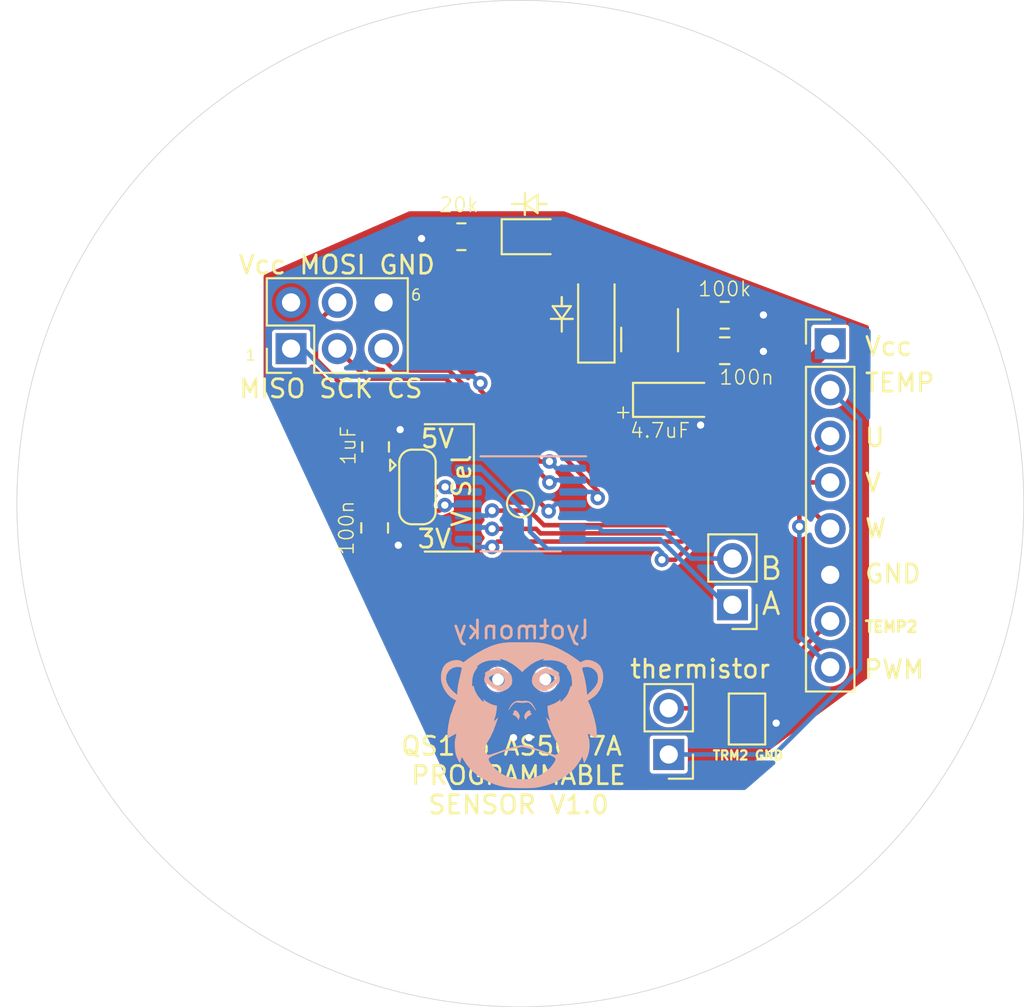
<source format=kicad_pcb>
(kicad_pcb (version 20211014) (generator pcbnew)
  (layers (0 "F.Cu" signal) (31 "B.Cu" signal) (34 "B.Paste" user) (35 "F.Paste" user) (36 "B.SilkS" user "B.Silkscreen") (37 "F.SilkS" user "F.Silkscreen") (38 "B.Mask" user) (39 "F.Mask" user) (44 "Edge.Cuts" user))
  (net 0 "")
  (net 1 "GND")
  (net 2 "Vin")
  (net 3 "Net-(C3-Pad1)")
  (net 4 "Net-(D1-Pad2)")
  (net 5 "Net-(D2-Pad1)")
  (net 6 "MISO")
  (net 7 "SCK")
  (net 8 "MOSI")
  (net 9 "VCC")
  (net 10 "A")
  (net 11 "B")
  (net 12 "TRM1")
  (net 13 "TRM2")
  (net 14 "Net-(U1-Pad12)")
  (net 15 "U")
  (net 16 "V")
  (net 17 "W")
  (net 18 "PWM")
  (net 19 "CS")
  (footprint "Connector_PinHeader_2.54mm:PinHeader_1x02_P2.54mm_Vertical" (layer "F.Cu") (at 153 118.35 180)
    (fp_text reference "J3" hide)
    (fp_text value "Conn_01x02_Male")
    (pad "1" thru_hole rect (at 0 0 180) (size 1.7 1.7) (drill 1) (layers *.Cu *.Mask) (net 12 "TRM1"))
    (pad "2" thru_hole oval (at 0 2.54 180) (size 1.7 1.7) (drill 1) (layers *.Cu *.Mask) (net 13 "TRM2"))
  )
  (footprint "Capacitor_SMD:C_0805_2012Metric" (layer "F.Cu") (at 156.0752 96.1656)
    (fp_text reference "C1" hide)
    (fp_text value "100n")
    (pad "1" smd roundrect (at -0.95 0) (size 1 1.45) (layers "F.Cu" "F.Paste" "F.Mask") (net 2 "Vin"))
    (pad "2" smd roundrect (at 0.95 0) (size 1 1.45) (layers "F.Cu" "F.Paste" "F.Mask") (net 1 "GND"))
  )
  (footprint "Jumper:SolderJumper-2_P1.3mm_Open_Pad1.0x1.5mm" (layer "F.Cu") (at 157.3 116.4 90)
    (fp_text reference "JP2" hide)
    (fp_text value "SolderJumper_2_Open")
    (pad "1" smd rect (at -0.65 0 90) (size 1 1.5) (layers "F.Cu" "F.Mask") (net 1 "GND"))
    (pad "2" smd rect (at 0.65 0 90) (size 1 1.5) (layers "F.Cu" "F.Mask") (net 13 "TRM2"))
  )
  (footprint "Connector_PinHeader_2.54mm:PinHeader_1x02_P2.54mm_Vertical" (layer "F.Cu") (at 156.5 110.125 180)
    (fp_text reference "J1" hide)
    (fp_text value "Conn_01x02")
    (pad "1" thru_hole rect (at 0 0 180) (size 1.7 1.7) (drill 1) (layers *.Cu *.Mask) (net 10 "A"))
    (pad "2" thru_hole oval (at 0 2.54 180) (size 1.7 1.7) (drill 1) (layers *.Cu *.Mask) (net 11 "B"))
  )
  (footprint "Connector_PinHeader_1.27mm:my_1x01_P1.27mm_Vertical" (layer "F.Cu") (at 146.225 114.225)
    (fp_text reference "REF**" hide)
    (fp_text value "my_1x01_P1.27mm_Vertical")
    (pad "1" thru_hole oval (at 0 0) (size 1 1) (drill 0.65) (layers *.Cu *.Mask))
  )
  (footprint "Connector_PinHeader_2.54mm:PinHeader_1x08_P2.54mm_Vertical" (layer "F.Cu") (at 161.86786 95.77857)
    (fp_text reference "J5" hide)
    (fp_text value "Conn_01x08")
    (pad "1" thru_hole rect (at 0 0) (size 1.7 1.7) (drill 1) (layers *.Cu *.Mask) (net 2 "Vin"))
    (pad "2" thru_hole oval (at 0 2.54) (size 1.7 1.7) (drill 1) (layers *.Cu *.Mask) (net 12 "TRM1"))
    (pad "3" thru_hole oval (at 0 5.08) (size 1.7 1.7) (drill 1) (layers *.Cu *.Mask) (net 15 "U"))
    (pad "4" thru_hole oval (at 0 7.62) (size 1.7 1.7) (drill 1) (layers *.Cu *.Mask) (net 16 "V"))
    (pad "5" thru_hole oval (at 0 10.16) (size 1.7 1.7) (drill 1) (layers *.Cu *.Mask) (net 17 "W"))
    (pad "6" thru_hole oval (at 0 12.7) (size 1.7 1.7) (drill 1) (layers *.Cu *.Mask) (net 1 "GND"))
    (pad "7" thru_hole oval (at 0 15.24) (size 1.7 1.7) (drill 1) (layers *.Cu *.Mask) (net 13 "TRM2"))
    (pad "8" thru_hole oval (at 0 17.78) (size 1.7 1.7) (drill 1) (layers *.Cu *.Mask) (net 18 "PWM"))
  )
  (footprint "Capacitor_SMD:C_0805_2012Metric" (layer "F.Cu") (at 136.9 101.45 90)
    (fp_text reference "C3" hide)
    (fp_text value "1uF")
    (pad "1" smd roundrect (at -0.95 0 90) (size 1 1.45) (layers "F.Cu" "F.Paste" "F.Mask") (net 3 "Net-(C3-Pad1)"))
    (pad "2" smd roundrect (at 0.95 0 90) (size 1 1.45) (layers "F.Cu" "F.Paste" "F.Mask") (net 1 "GND"))
  )
  (footprint "MountingHole:MountingHole_4.3mm_M4" (layer "F.Cu") (at 156.84 125.275)
    (fp_text reference "REF**" hide)
    (fp_text value "MountingHole_4.3mm_M4")
    (pad "" np_thru_hole circle locked (at 0 0) (size 4.3 4.3) (drill 4.3) (layers *.Cu *.Mask))
  )
  (footprint "MountingHole:MountingHole_4.3mm_M4" (layer "F.Cu") (at 156.85 83.75)
    (fp_text reference "REF**" hide)
    (fp_text value "MountingHole_4.3mm_M4")
    (pad "" np_thru_hole circle locked (at 0 0) (size 4.3 4.3) (drill 4.3) (layers *.Cu *.Mask))
  )
  (footprint "LED_SMD:LED_0805_2012Metric" (layer "F.Cu") (at 145.5125 89.9)
    (fp_text reference "D2" hide)
    (fp_text value "RED_LED")
    (pad "1" smd roundrect (at -0.9375 0) (size 0.975 1.4) (layers "F.Cu" "F.Paste" "F.Mask") (net 5 "Net-(D2-Pad1)"))
    (pad "2" smd roundrect (at 0.9375 0) (size 0.975 1.4) (layers "F.Cu" "F.Paste" "F.Mask") (net 9 "VCC"))
  )
  (footprint "MountingHole:MountingHole_4.3mm_M4" (layer "F.Cu") (at 120.85 104.56)
    (fp_text reference "REF**" hide)
    (fp_text value "MountingHole_4.3mm_M4")
    (pad "" np_thru_hole circle locked (at 0 0) (size 4.3 4.3) (drill 4.3) (layers *.Cu *.Mask))
  )
  (footprint "Resistor_SMD:R_0805_2012Metric" (layer "F.Cu") (at 156.0752 94.2156)
    (fp_text reference "R1" hide)
    (fp_text value "100k")
    (pad "1" smd roundrect (at -0.9125 0) (size 1.025 1.4) (layers "F.Cu" "F.Paste" "F.Mask") (roundrect_rratio 0.243902) (net 4 "Net-(D1-Pad2)"))
    (pad "2" smd roundrect (at 0.9125 0) (size 1.025 1.4) (layers "F.Cu" "F.Paste" "F.Mask") (roundrect_rratio 0.243902) (net 1 "GND"))
  )
  (footprint "Connector_PinHeader_1.27mm:my_1x01_P1.27mm_Vertical" (layer "F.Cu") (at 143.625 114.225)
    (fp_text reference "REF**" hide)
    (fp_text value "my_1x01_P1.27mm_Vertical")
    (pad "1" thru_hole oval (at 0 0) (size 1 1) (drill 0.65) (layers *.Cu *.Mask))
  )
  (footprint "Jumper:SolderJumper-3_P1.3mm_Open_RoundedPad1.0x1.5mm" (layer "F.Cu") (at 139.2 103.65 -90)
    (fp_text reference "JP1" hide)
    (fp_text value "SolderJumper_3_Open")
    (pad "1" smd custom (at -1.3 0 270) (size 1 0.5) (layers "F.Cu" "F.Mask") (net 3 "Net-(C3-Pad1)") (options (clearance outline) (anchor rect)) (primitives (gr_circle (center 0 0.25) (end 0.5 0.25) (width 0) (fill yes)) (gr_circle (center 0 -0.25) (end 0.5 -0.25) (width 0) (fill yes)) (gr_poly (pts (xy 0.55 0.75) (xy 0 0.75) (xy 0 -0.75) (xy 0.55 -0.75)) (width 0) (fill yes))))
    (pad "2" smd rect (at 0 0 270) (size 1 1.5) (layers "F.Cu" "F.Mask") (net 14 "Net-(U1-Pad12)"))
    (pad "3" smd custom (at 1.3 0 270) (size 1 0.5) (layers "F.Cu" "F.Mask") (net 9 "VCC") (options (clearance outline) (anchor rect)) (primitives (gr_circle (center 0 0.25) (end 0.5 0.25) (width 0) (fill yes)) (gr_circle (center 0 -0.25) (end 0.5 -0.25) (width 0) (fill yes)) (gr_poly (pts (xy 0 0.75) (xy -0.55 0.75) (xy -0.55 -0.75) (xy 0 -0.75)) (width 0) (fill yes))))
  )
  (footprint "Connector_PinSocket_2.54mm:isp_6pin" (layer "F.Cu") (at 132.26 93.45 90)
    (fp_text reference "PRG1" hide)
    (fp_text value "Conn_02x03_Top_Bottom")
    (pad "1" thru_hole rect (at -2.6 0 90) (size 1.7 1.7) (drill 1) (layers *.Cu *.Mask) (net 6 "MISO"))
    (pad "2" thru_hole oval (at -0.06 0 90) (size 1.7 1.7) (drill 1) (layers *.Cu *.Mask) (net 9 "VCC"))
    (pad "3" thru_hole oval (at -2.6 2.54 90) (size 1.7 1.7) (drill 1) (layers *.Cu *.Mask) (net 7 "SCK"))
    (pad "4" thru_hole oval (at -0.06 2.54 90) (size 1.7 1.7) (drill 1) (layers *.Cu *.Mask) (net 8 "MOSI"))
    (pad "5" thru_hole oval (at -2.6 5.08 90) (size 1.7 1.7) (drill 1) (layers *.Cu *.Mask) (net 19 "CS"))
    (pad "6" thru_hole oval (at -0.06 5.08 90) (size 1.7 1.7) (drill 1) (layers *.Cu *.Mask) (net 1 "GND"))
  )
  (footprint "Capacitor_Tantalum_SMD:CP_EIA-3216-18_Kemet-A" (layer "F.Cu") (at 153.35 98.865)
    (fp_text reference "C2" hide)
    (fp_text value "4.7")
    (pad "1" smd roundrect (at -1.35 0) (size 1.4 1.35) (layers "F.Cu" "F.Paste" "F.Mask") (roundrect_rratio 0.1851851852) (net 2 "Vin"))
    (pad "2" smd roundrect (at 1.35 0) (size 1.4 1.35) (layers "F.Cu" "F.Paste" "F.Mask") (roundrect_rratio 0.1851851852) (net 1 "GND"))
  )
  (footprint "Resistor_SMD:R_0805_2012Metric" (layer "F.Cu") (at 141.6125 89.9)
    (fp_text reference "R3" hide)
    (fp_text value "20k")
    (pad "1" smd roundrect (at -0.9125 0) (size 1.025 1.4) (layers "F.Cu" "F.Paste" "F.Mask") (roundrect_rratio 0.243902) (net 1 "GND"))
    (pad "2" smd roundrect (at 0.9125 0) (size 1.025 1.4) (layers "F.Cu" "F.Paste" "F.Mask") (roundrect_rratio 0.243902) (net 5 "Net-(D2-Pad1)"))
  )
  (footprint "Package_TO_SOT_SMD:SOT-23" (layer "F.Cu") (at 151.95 95.55 -90)
    (fp_text reference "Q1" hide)
    (fp_text value "Si2319CDS")
    (pad "1" smd roundrect (at -0.9375 -0.95 270) (size 1.475 0.6) (layers "F.Cu" "F.Paste" "F.Mask") (net 4 "Net-(D1-Pad2)"))
    (pad "2" smd roundrect (at -0.9375 0.95 270) (size 1.475 0.6) (layers "F.Cu" "F.Paste" "F.Mask") (net 9 "VCC"))
    (pad "3" smd roundrect (at 0.9375 0 270) (size 1.475 0.6) (layers "F.Cu" "F.Paste" "F.Mask") (net 2 "Vin"))
  )
  (footprint "Diode_SMD:D_MiniMELF" (layer "F.Cu") (at 149.0252 94.2656 90)
    (fp_text reference "D1" hide)
    (fp_text value "BZV55C6V2")
    (pad "1" smd rect (at -1.75 0 90) (size 1.3 1.7) (layers "F.Cu" "F.Paste" "F.Mask") (net 9 "VCC"))
    (pad "2" smd rect (at 1.75 0 90) (size 1.3 1.7) (layers "F.Cu" "F.Paste" "F.Mask") (net 4 "Net-(D1-Pad2)"))
  )
  (footprint "Capacitor_SMD:C_0805_2012Metric" (layer "F.Cu") (at 136.85 105.9 -90)
    (fp_text reference "C4" hide)
    (fp_text value "100n")
    (pad "1" smd roundrect (at -0.95 0 270) (size 1 1.45) (layers "F.Cu" "F.Paste" "F.Mask") (net 9 "VCC"))
    (pad "2" smd roundrect (at 0.95 0 270) (size 1 1.45) (layers "F.Cu" "F.Paste" "F.Mask") (net 1 "GND"))
  )
  (footprint "Package_SO:TSSOP-14_4.4x5mm_P0.65mm" (layer "B.Cu") (at 144.8625 104.575 180)
    (fp_text reference "U1" hide)
    (fp_text value "AS5047D")
    (pad "1" smd roundrect locked (at -2.8625 1.95 180) (size 1.475 0.4) (layers "B.Cu" "B.Paste" "B.Mask") (net 19 "CS"))
    (pad "2" smd roundrect locked (at -2.8625 1.3 180) (size 1.475 0.4) (layers "B.Cu" "B.Paste" "B.Mask") (net 7 "SCK"))
    (pad "3" smd roundrect locked (at -2.8625 0.65 180) (size 1.475 0.4) (layers "B.Cu" "B.Paste" "B.Mask") (net 6 "MISO"))
    (pad "4" smd roundrect locked (at -2.8625 0 180) (size 1.475 0.4) (layers "B.Cu" "B.Paste" "B.Mask") (net 8 "MOSI"))
    (pad "5" smd roundrect locked (at -2.8625 -0.65 180) (size 1.475 0.4) (layers "B.Cu" "B.Paste" "B.Mask") (net 1 "GND"))
    (pad "6" smd roundrect locked (at -2.8625 -1.3 180) (size 1.475 0.4) (layers "B.Cu" "B.Paste" "B.Mask") (net 11 "B"))
    (pad "7" smd roundrect locked (at -2.8625 -1.95 180) (size 1.475 0.4) (layers "B.Cu" "B.Paste" "B.Mask") (net 10 "A"))
    (pad "8" smd roundrect locked (at 2.8625 -1.95 180) (size 1.475 0.4) (layers "B.Cu" "B.Paste" "B.Mask") (net 17 "W"))
    (pad "9" smd roundrect locked (at 2.8625 -1.3 180) (size 1.475 0.4) (layers "B.Cu" "B.Paste" "B.Mask") (net 16 "V"))
    (pad "10" smd roundrect locked (at 2.8625 -0.65 180) (size 1.475 0.4) (layers "B.Cu" "B.Paste" "B.Mask") (net 15 "U"))
    (pad "11" smd roundrect locked (at 2.8625 0 180) (size 1.475 0.4) (layers "B.Cu" "B.Paste" "B.Mask") (net 9 "VCC"))
    (pad "12" smd roundrect locked (at 2.8625 0.65 180) (size 1.475 0.4) (layers "B.Cu" "B.Paste" "B.Mask") (net 14 "Net-(U1-Pad12)"))
    (pad "13" smd roundrect locked (at 2.8625 1.3 180) (size 1.475 0.4) (layers "B.Cu" "B.Paste" "B.Mask") (net 1 "GND"))
    (pad "14" smd roundrect locked (at 2.8625 1.95 180) (size 1.475 0.4) (layers "B.Cu" "B.Paste" "B.Mask") (net 18 "PWM"))
  )
  (footprint "431181015816:monkey" (layer "B.Cu") (at 145.03 116.25 180)
    (fp_text reference "G***")
    (fp_text value "LOGO" hide)
  )
  (gr_line (start 164.21786 96.38095) (end 164.55119 95.38095) (layer "F.SilkS") (width 0.15))
  (gr_line (start 165.88453 95.71428) (end 166.075 95.71428) (layer "F.SilkS") (width 0.15))
  (gr_line (start 165.69405 95.90476) (end 165.74167 95.80952) (layer "F.SilkS") (width 0.15))
  (gr_line (start 146.6252 93.7156) (end 147.6252 93.7156) (layer "F.SilkS") (width 0.12))
  (gr_line (start 165.33215 111) (end 165.33215 111.6) (layer "F.SilkS") (width 0.15))
  (gr_line (start 164.93215 111) (end 165.13215 111.42857) (layer "F.SilkS") (width 0.15))
  (gr_line (start 165.21786 96.38095) (end 165.02738 96.38095) (layer "F.SilkS") (width 0.15))
  (gr_line (start 166.18929 111.05714) (end 166.21786 111.02857) (layer "F.SilkS") (width 0.15))
  (gr_line (start 164.55119 108.83333) (end 164.59881 108.78571) (layer "F.SilkS") (width 0.15))
  (gr_line (start 164.17024 107.92857) (end 164.075 108.02381) (layer "F.SilkS") (width 0.15))
  (gr_line (start 165.26548 98.38095) (end 164.78929 98.38095) (layer "F.SilkS") (width 0.15))
  (gr_line (start 166.075 108.88095) (end 166.075 107.88095) (layer "F.SilkS") (width 0.15))
  (gr_line (start 166.55119 108.73809) (end 166.45596 108.83333) (layer "F.SilkS") (width 0.15))
  (gr_line (start 167.21786 97.90476) (end 166.83691 97.90476) (layer "F.SilkS") (width 0.15))
  (gr_line (start 166.075 95.71428) (end 166.17024 95.7619) (layer "F.SilkS") (width 0.15))
  (gr_line (start 164.45596 107.88095) (end 164.3131 107.88095) (layer "F.SilkS") (width 0.15))
  (gr_line (start 164.93215 95.7619) (end 165.02738 95.71428) (layer "F.SilkS") (width 0.15))
  (gr_line (start 165.78929 95.7619) (end 165.88453 95.71428) (layer "F.SilkS") (width 0.15))
  (gr_line (start 164.38929 111.6) (end 164.38929 111) (layer "F.SilkS") (width 0.15))
  (gr_line (start 164.075 108.02381) (end 164.02738 108.11905) (layer "F.SilkS") (width 0.15))
  (gr_line (start 165.59881 108.88095) (end 165.59881 107.88095) (layer "F.SilkS") (width 0.15))
  (gr_line (start 166.83691 98.38095) (end 166.83691 97.38095) (layer "F.SilkS") (width 0.15))
  (gr_line (start 147.1252 93.2156) (end 147.1252 93.7156) (layer "F.SilkS") (width 0.12))
  (gr_line (start 165.93215 111.25714) (end 165.90357 111.28571) (layer "F.SilkS") (width 0.15))
  (gr_line (start 164.59881 101.19047) (end 164.59881 100.38095) (layer "F.SilkS") (width 0.15))
  (gr_line (start 165.74167 95.80952) (end 165.78929 95.7619) (layer "F.SilkS") (width 0.15))
  (gr_circle (center 144.8625 104.575) (end 145.607685 104.575) (layer "F.SilkS") (width 0.12) (fill none))
  (gr_line (start 165.96072 111.11428) (end 165.96072 111.2) (layer "F.SilkS") (width 0.15))
  (gr_line (start 164.83691 95.90476) (end 164.88453 95.80952) (layer "F.SilkS") (width 0.15))
  (gr_line (start 164.83691 96.19047) (end 164.83691 95.90476) (layer "F.SilkS") (width 0.15))
  (gr_line (start 164.88453 96.28571) (end 164.83691 96.19047) (layer "F.SilkS") (width 0.15))
  (gr_line (start 166.45596 108.83333) (end 166.3131 108.88095) (layer "F.SilkS") (width 0.15))
  (gr_line (start 165.69405 97.38095) (end 166.02738 98.09524) (layer "F.SilkS") (width 0.15))
  (gr_line (start 145.1 88.1) (end 145.8 88.6) (layer "F.SilkS") (width 0.12))
  (gr_line (start 165.69405 96.19047) (end 165.69405 95.90476) (layer "F.SilkS") (width 0.15))
  (gr_line (start 165.02738 96.38095) (end 164.93215 96.33333) (layer "F.SilkS") (width 0.15))
  (gr_line (start 164.02738 108.64286) (end 164.075 108.73809) (layer "F.SilkS") (width 0.15))
  (gr_line (start 165.88453 96.38095) (end 165.78929 96.33333) (layer "F.SilkS") (width 0.15))
  (gr_line (start 165.61786 111.6) (end 165.61786 111) (layer "F.SilkS") (width 0.15))
  (gr_line (start 164.78929 97.85714) (end 165.12262 97.85714) (layer "F.SilkS") (width 0.15))
  (gr_line (start 163.84643 111) (end 164.18929 111) (layer "F.SilkS") (width 0.15))
  (gr_line (start 166.64643 108.30952) (end 166.64643 108.45238) (layer "F.SilkS") (width 0.15))
  (gr_line (start 164.675 111.6) (end 164.38929 111.6) (layer "F.SilkS") (width 0.15))
  (gr_line (start 166.83691 97.38095) (end 167.21786 97.38095) (layer "F.SilkS") (width 0.15))
  (gr_line (start 164.55119 106.38095) (end 164.78929 105.38095) (layer "F.SilkS") (width 0.15))
  (gr_line (start 166.075 107.88095) (end 166.3131 107.88095) (layer "F.SilkS") (width 0.15))
  (gr_line (start 167.3131 97.42857) (end 167.36072 97.47619) (layer "F.SilkS") (width 0.15))
  (gr_line (start 166.075 96.38095) (end 165.88453 96.38095) (layer "F.SilkS") (width 0.15))
  (gr_line (start 145.1 88.7) (end 145.1 88.1) (layer "F.SilkS") (width 0.12))
  (gr_line (start 164.38929 111.28571) (end 164.58929 111.28571) (layer "F.SilkS") (width 0.15))
  (gr_line (start 165.02738 95.71428) (end 165.21786 95.71428) (layer "F.SilkS") (width 0.15))
  (gr_line (start 166.50357 111.25714) (end 166.16072 111.6) (layer "F.SilkS") (width 0.15))
  (gr_line (start 145.8 87.6) (end 145.1 88.1) (layer "F.SilkS") (width 0.12))
  (gr_line (start 167.40834 97.71428) (end 167.36072 97.80952) (layer "F.SilkS") (width 0.15))
  (gr_line (start 166.3131 108.88095) (end 166.075 108.88095) (layer "F.SilkS") (width 0.15))
  (gr_line (start 164.55119 107.92857) (end 164.45596 107.88095) (layer "F.SilkS") (width 0.15))
  (gr_line (start 166.41786 111) (end 166.475 111.02857) (layer "F.SilkS") (width 0.15))
  (gr_line (start 167.36072 97.80952) (end 167.3131 97.85714) (layer "F.SilkS") (width 0.15))
  (gr_line (start 166.45596 107.92857) (end 166.55119 108.02381) (layer "F.SilkS") (width 0.15))
  (gr_line (start 166.50357 111.05714) (end 166.53215 111.11428) (layer "F.SilkS") (width 0.15))
  (gr_line (start 165.93215 111.05714) (end 165.96072 111.11428) (layer "F.SilkS") (width 0.15))
  (gr_line (start 165.90357 111.28571) (end 165.84643 111.31428) (layer "F.SilkS") (width 0.15))
  (gr_line (start 166.64643 108.45238) (end 166.59881 108.64286) (layer "F.SilkS") (width 0.15))
  (gr_line (start 164.93215 111.6) (end 164.93215 111) (layer "F.SilkS") (width 0.15))
  (gr_line (start 164.01786 111.6) (end 164.01786 111) (layer "F.SilkS") (width 0.15))
  (gr_line (start 145.8 88.1) (end 146.3 88.1) (layer "F.SilkS") (width 0.12))
  (gr_line (start 145.1 87.5) (end 145.1 88.7) (layer "F.SilkS") (width 0.12))
  (gr_line (start 164.3131 108.88095) (end 164.40834 108.88095) (layer "F.SilkS") (width 0.15))
  (gr_line (start 164.50357 101.33333) (end 164.55119 101.28571) (layer "F.SilkS") (width 0.15))
  (gr_line (start 165.21786 95.71428) (end 165.3131 95.7619) (layer "F.SilkS") (width 0.15))
  (gr_line (start 163.88453 95.38095) (end 164.21786 96.38095) (layer "F.SilkS") (width 0.15))
  (gr_line (start 164.17024 108.83333) (end 164.3131 108.88095) (layer "F.SilkS") (width 0.15))
  (gr_line (start 165.78929 96.33333) (end 165.74167 96.28571) (layer "F.SilkS") (width 0.15))
  (gr_line (start 164.59881 108.45238) (end 164.40834 108.45238) (layer "F.SilkS") (width 0.15))
  (gr_line (start 166.59881 108.64286) (end 166.55119 108.73809) (layer "F.SilkS") (width 0.15))
  (gr_line (start 164.075 101.28571) (end 164.12262 101.33333) (layer "F.SilkS") (width 0.15))
  (gr_line (start 165.84643 111.31428) (end 165.61786 111.31428) (layer "F.SilkS") (width 0.15))
  (gr_line (start 139.6 100.2) (end 142.3 100.2) (layer "F.SilkS") (width 0.12))
  (gr_line (start 144.4 88.1) (end 145.1 88.1) (layer "F.SilkS") (width 0.12))
  (gr_line (start 164.78929 98.38095) (end 164.78929 97.38095) (layer "F.SilkS") (width 0.15))
  (gr_line (start 147.1252 94.4156) (end 147.6252 93.7156) (layer "F.SilkS") (width 0.12))
  (gr_line (start 166.36072 97.38095) (end 166.36072 98.38095) (layer "F.SilkS") (width 0.15))
  (gr_line (start 165.02738 108.88095) (end 165.02738 107.88095) (layer "F.SilkS") (width 0.15))
  (gr_line (start 166.3131 107.88095) (end 166.45596 107.92857) (layer "F.SilkS") (width 0.15))
  (gr_line (start 165.02738 107.88095) (end 165.59881 108.88095) (layer "F.SilkS") (width 0.15))
  (gr_line (start 146.3 88.1) (end 145.8 88.1) (layer "F.SilkS") (width 0.12))
  (gr_line (start 166.275 111) (end 166.41786 111) (layer "F.SilkS") (width 0.15))
  (gr_line (start 164.3131 107.88095) (end 164.17024 107.92857) (layer "F.SilkS") (width 0.15))
  (gr_line (start 147.1252 93.7156) (end 147.1252 93.2156) (layer "F.SilkS") (width 0.12))
  (gr_line (start 147.1252 95.1156) (end 147.1252 94.4156) (layer "F.SilkS") (width 0.12))
  (gr_line (start 165.96072 111.2) (end 165.93215 111.25714) (layer "F.SilkS") (width 0.15))
  (gr_line (start 166.17024 96.33333) (end 166.075 96.38095) (layer "F.SilkS") (width 0.15))
  (gr_line (start 164.78929 97.38095) (end 165.26548 97.38095) (layer "F.SilkS") (width 0.15))
  (gr_line (start 164.02738 101.19047) (end 164.075 101.28571) (layer "F.SilkS") (width 0.15))
  (gr_line (start 146.6252 93.7156) (end 147.1252 94.4156) (layer "F.SilkS") (width 0.12))
  (gr_line (start 166.475 111.02857) (end 166.50357 111.05714) (layer "F.SilkS") (width 0.15))
  (gr_line (start 165.61786 111) (end 165.84643 111) (layer "F.SilkS") (width 0.15))
  (gr_line (start 167.36072 97.47619) (end 167.40834 97.57143) (layer "F.SilkS") (width 0.15))
  (gr_line (start 163.97976 108.45238) (end 164.02738 108.64286) (layer "F.SilkS") (width 0.15))
  (gr_line (start 164.02738 108.11905) (end 163.97976 108.30952) (layer "F.SilkS") (width 0.15))
  (gr_line (start 145.8 87.6) (end 145.8 88.6) (layer "F.SilkS") (width 0.12))
  (gr_line (start 164.38929 111) (end 164.675 111) (layer "F.SilkS") (width 0.15))
  (gr_line (start 142.3 100.2) (end 142.3 107.2) (layer "F.SilkS") (width 0.12))
  (gr_line (start 165.84643 111) (end 165.90357 111.02857) (layer "F.SilkS") (width 0.15))
  (gr_line (start 166.21786 111.02857) (end 166.275 111) (layer "F.SilkS") (width 0.15))
  (gr_line (start 163.88453 102.88095) (end 164.21786 103.88095) (layer "F.SilkS") (width 0.15))
  (gr_line (start 142.3 107.2) (end 139.6 107.2) (layer "F.SilkS") (width 0.12))
  (gr_line (start 164.40834 108.88095) (end 164.55119 108.83333) (layer "F.SilkS") (width 0.15))
  (gr_line (start 146.5252 94.4156) (end 147.7252 94.4156) (layer "F.SilkS") (width 0.12))
  (gr_line (start 166.55119 108.02381) (end 166.59881 108.11905) (layer "F.SilkS") (width 0.15))
  (gr_line (start 167.3131 97.85714) (end 167.21786 97.90476) (layer "F.SilkS") (width 0.15))
  (gr_line (start 164.40834 101.38095) (end 164.50357 101.33333) (layer "F.SilkS") (width 0.15))
  (gr_line (start 165.69405 98.38095) (end 165.69405 97.38095) (layer "F.SilkS") (width 0.15))
  (gr_line (start 163.93215 105.38095) (end 164.17024 106.38095) (layer "F.SilkS") (width 0.15))
  (gr_line (start 166.53215 111.17143) (end 166.50357 111.25714) (layer "F.SilkS") (width 0.15))
  (gr_line (start 164.55119 101.28571) (end 164.59881 101.19047) (layer "F.SilkS") (width 0.15))
  (gr_line (start 164.36072 105.66667) (end 164.55119 106.38095) (layer "F.SilkS") (width 0.15))
  (gr_line (start 167.21786 97.38095) (end 167.3131 97.42857) (layer "F.SilkS") (width 0.15))
  (gr_line (start 165.13215 111.42857) (end 165.33215 111) (layer "F.SilkS") (width 0.15))
  (gr_line (start 166.02738 98.09524) (end 166.36072 97.38095) (layer "F.SilkS") (width 0.15))
  (gr_line (start 166.59881 108.11905) (end 166.64643 108.30952) (layer "F.SilkS") (width 0.15))
  (gr_line (start 164.88453 95.80952) (end 164.93215 95.7619) (layer "F.SilkS") (width 0.15))
  (gr_line (start 166.16072 111.6) (end 166.53215 111.6) (layer "F.SilkS") (width 0.15))
  (gr_line (start 164.075 108.73809) (end 164.17024 108.83333) (layer "F.SilkS") (width 0.15))
  (gr_line (start 164.12262 101.33333) (end 164.21786 101.38095) (layer "F.SilkS") (width 0.15))
  (gr_line (start 163.97976 108.30952) (end 163.97976 108.45238) (layer "F.SilkS") (width 0.15))
  (gr_line (start 163.88453 97.38095) (end 164.45596 97.38095) (layer "F.SilkS") (width 0.15))
  (gr_line (start 165.90357 111.02857) (end 165.93215 111.05714) (layer "F.SilkS") (width 0.15))
  (gr_line (start 165.3131 96.33333) (end 165.21786 96.38095) (layer "F.SilkS") (width 0.15))
  (gr_line (start 164.02738 100.38095) (end 164.02738 101.19047) (layer "F.SilkS") (width 0.15))
  (gr_line (start 167.40834 97.57143) (end 167.40834 97.71428) (layer "F.SilkS") (width 0.15))
  (gr_line (start 164.21786 101.38095) (end 164.40834 101.38095) (layer "F.SilkS") (width 0.15))
  (gr_line (start 165.74167 96.28571) (end 165.69405 96.19047) (layer "F.SilkS") (width 0.15))
  (gr_line (start 164.93215 96.33333) (end 164.88453 96.28571) (layer "F.SilkS") (width 0.15))
  (gr_line (start 166.53215 111.11428) (end 166.53215 111.17143) (layer "F.SilkS") (width 0.15))
  (gr_line (start 164.59881 108.78571) (end 164.59881 108.45238) (layer "F.SilkS") (width 0.15))
  (gr_line (start 164.21786 103.88095) (end 164.55119 102.88095) (layer "F.SilkS") (width 0.15))
  (gr_line (start 147.7252 94.4156) (end 147.1252 94.4156) (layer "F.SilkS") (width 0.12))
  (gr_line (start 164.17024 98.38095) (end 164.17024 97.38095) (layer "F.SilkS") (width 0.15))
  (gr_line (start 164.17024 106.38095) (end 164.36072 105.66667) (layer "F.SilkS") (width 0.15))
  (gr_circle (center 144.85 104.56172) (end 172.49792 104.56172) (layer "Edge.Cuts") (width 0.04) (fill none))
  (gr_text "lyotmonky" (at 144.9 111.5) (layer "B.SilkS") (effects (font (size 1 1)) (justify mirror)))
  (gr_text "TRM2 GND" (at 157.35 118.4) (layer "F.SilkS") (effects (font (size 0.5 0.5) (thickness 0.125))))
  (gr_text "1uF\n" (at 135.4 101.375 90) (layer "F.SilkS") (effects (font (size 0.8 0.8) (thickness 0.08))))
  (gr_text "PWM" (at 165.36786 113.67857) (layer "F.SilkS") (effects (font (size 1 1))))
  (gr_text "3V" (at 140.125 106.5) (layer "F.SilkS") (effects (font (size 1 1))))
  (gr_text "100n" (at 135.3 105.9 90) (layer "F.SilkS") (effects (font (size 0.8 0.8) (thickness 0.08))))
  (gr_text "Vcc MOSI GND" (at 134.775 91.45) (layer "F.SilkS") (effects (font (size 1 1))))
  (gr_text "V Sel" (at 141.625 103.85 90) (layer "F.SilkS") (effects (font (size 1 1))))
  (gr_text "100k" (at 156.075 92.775) (layer "F.SilkS") (effects (font (size 0.8 0.8) (thickness 0.08))))
  (gr_text "6" (at 139.125 93.1) (layer "F.SilkS") (effects (font (size 0.6 0.6) (thickness 0.08))))
  (gr_text "1" (at 130.05 96.4) (layer "F.SilkS") (effects (font (size 0.6 0.6) (thickness 0.08))))
  (gr_text "100n\n" (at 157.275 97.625) (layer "F.SilkS") (effects (font (size 0.8 0.8) (thickness 0.08))))
  (gr_text "4.7uF" (at 152.525 100.55) (layer "F.SilkS") (effects (font (size 0.8 0.8) (thickness 0.08))))
  (gr_text "B\nA\n" (at 158.625 109.1) (layer "F.SilkS") (effects (font (size 1.2 1.2))))
  (gr_text "+" (at 150.5 99.5) (layer "F.SilkS") (effects (font (size 0.8 0.8) (thickness 0.08))))
  (gr_text "5V" (at 140.3 101) (layer "F.SilkS") (effects (font (size 1 1))))
  (gr_text "QS165 AS5047A \nPROGRAMMABLE\nSENSOR V1.0" (at 144.75 119.5) (layer "F.SilkS") (effects (font (size 1 1))))
  (gr_text "thermistor" (at 154.725 113.65) (layer "F.SilkS") (effects (font (size 1 1))))
  (gr_text "MISO SCK CS" (at 134.45 98.25) (layer "F.SilkS") (effects (font (size 1 1))))
  (gr_text "20k" (at 141.475 88.15) (layer "F.SilkS") (effects (font (size 0.8 0.8) (thickness 0.08))))
  (segment (start 157.0252 94.3981) (end 157.0252 96.1331) (width 0.8) (layer "F.Cu") (net 1))
  (segment (start 154.7 100.2) (end 154.75 100.25) (width 0.8) (layer "F.Cu") (net 1))
  (segment (start 158.1656 96.1656) (end 158.2 96.2) (width 0.8) (layer "F.Cu") (net 1))
  (segment (start 136.85 106.85) (end 138.15 106.85) (width 0.25) (layer "F.Cu") (net 1))
  (segment (start 158.475 117.05) (end 158.9 116.625) (width 0.25) (layer "F.Cu") (net 1))
  (segment (start 157.0252 96.1656) (end 158.1656 96.1656) (width 0.8) (layer "F.Cu") (net 1))
  (segment (start 140.7 89.9) (end 139.525 89.9) (width 0.25) (layer "F.Cu") (net 1))
  (segment (start 157.3 117.05) (end 158.475 117.05) (width 0.25) (layer "F.Cu") (net 1))
  (segment (start 156.9877 94.2156) (end 158.1844 94.2156) (width 0.8) (layer "F.Cu") (net 1))
  (segment (start 158.1844 94.2156) (end 158.2 94.2) (width 0.8) (layer "F.Cu") (net 1))
  (segment (start 139.525 89.9) (end 139.425 90) (width 0.25) (layer "F.Cu") (net 1))
  (segment (start 136.9 100.5) (end 138.25 100.5) (width 0.25) (layer "F.Cu") (net 1))
  (segment (start 154.7 98.865) (end 154.7 100.2) (width 0.8) (layer "F.Cu") (net 1))
  (via (at 145.325 117.425) (size 0.8) (drill 0.4) (layers "F.Cu" "B.Cu") (net 1))
  (via (at 158.2 94.2) (size 0.8) (drill 0.4) (layers "F.Cu" "B.Cu") (net 1))
  (via (at 158.2 96.2) (size 0.8) (drill 0.4) (layers "F.Cu" "B.Cu") (net 1))
  (via (at 158.9 116.625) (size 0.8) (drill 0.4) (layers "F.Cu" "B.Cu") (net 1))
  (via (at 138.15 106.85) (size 0.8) (drill 0.4) (layers "F.Cu" "B.Cu") (net 1))
  (via (at 144.475 117.425) (size 0.8) (drill 0.4) (layers "F.Cu" "B.Cu") (net 1))
  (via (at 138.25 100.5) (size 0.8) (drill 0.4) (layers "F.Cu" "B.Cu") (net 1))
  (via (at 139.425 90) (size 0.8) (drill 0.4) (layers "F.Cu" "B.Cu") (net 1))
  (via (at 154.75 100.25) (size 0.8) (drill 0.4) (layers "F.Cu" "B.Cu") (net 1))
  (segment (start 152.1652 96.2756) (end 151.9277 96.5131) (width 0.8) (layer "F.Cu") (net 2))
  (segment (start 155.1702 96.2756) (end 152.1652 96.2756) (width 0.8) (layer "F.Cu") (net 2))
  (segment (start 161.86786 95.77857) (end 159.99643 97.65) (width 0.8) (layer "F.Cu") (net 2))
  (segment (start 151.9277 96.5131) (end 151.9277 98.8281) (width 0.8) (layer "F.Cu") (net 2))
  (segment (start 156.05 97.65) (end 155.1252 96.7252) (width 0.8) (layer "F.Cu") (net 2))
  (segment (start 155.2 96.7404) (end 155.2 96.24) (width 0.8) (layer "F.Cu") (net 2))
  (segment (start 159.99643 97.65) (end 156.05 97.65) (width 0.8) (layer "F.Cu") (net 2))
  (segment (start 155.1252 96.7252) (end 155.1252 96.1656) (width 0.8) (layer "F.Cu") (net 2))
  (segment (start 151.9277 98.8281) (end 151.9852 98.8856) (width 0.8) (layer "F.Cu") (net 2))
  (segment (start 138.9 102.4) (end 136.9 102.4) (width 0.25) (layer "F.Cu") (net 3))
  (segment (start 152.9 94.6125) (end 152.9 94.3654) (width 0.8) (layer "F.Cu") (net 4))
  (segment (start 151.0502 92.5156) (end 149.0252 92.5156) (width 0.8) (layer "F.Cu") (net 4))
  (segment (start 152.8777 94.6381) (end 152.8777 94.29323) (width 0.8) (layer "F.Cu") (net 4))
  (segment (start 153.0402 94.4756) (end 152.8777 94.6381) (width 0.8) (layer "F.Cu") (net 4))
  (segment (start 152.9 94.3654) (end 151.0502 92.5156) (width 0.8) (layer "F.Cu") (net 4))
  (segment (start 155.1352 94.4756) (end 153.0402 94.4756) (width 0.8) (layer "F.Cu") (net 4))
  (segment (start 142.525 89.9) (end 144.575 89.9) (width 0.8) (layer "F.Cu") (net 5))
  (segment (start 145.8 101.4) (end 145.75 101.4) (width 0.25) (layer "F.Cu") (net 6))
  (segment (start 149.1 104.25) (end 149.1 103.874695) (width 0.25) (layer "F.Cu") (net 6))
  (segment (start 142.655497 98.332705) (end 142.655497 97.944503) (width 0.25) (layer "F.Cu") (net 6))
  (segment (start 146.45 101.4) (end 145.8 101.4) (width 0.25) (layer "F.Cu") (net 6))
  (segment (start 145.722792 101.4) (end 142.655497 98.332705) (width 0.25) (layer "F.Cu") (net 6))
  (segment (start 149.1 103.874695) (end 146.625305 101.4) (width 0.25) (layer "F.Cu") (net 6))
  (segment (start 146.625305 101.4) (end 146.45 101.4) (width 0.25) (layer "F.Cu") (net 6))
  (segment (start 146.45 101.4) (end 145.722792 101.4) (width 0.25) (layer "F.Cu") (net 6))
  (via (at 142.655497 97.944503) (size 0.8) (drill 0.4) (layers "F.Cu" "B.Cu") (net 6))
  (via (at 149.1 104.25) (size 0.8) (drill 0.4) (layers "F.Cu" "B.Cu") (net 6))
  (segment (start 132.925 96.05) (end 134.45 97.575) (width 0.25) (layer "B.Cu") (net 6))
  (segment (start 134.45 97.575) (end 142.275 97.575) (width 0.25) (layer "B.Cu") (net 6))
  (segment (start 147.725 103.925) (end 148.775 103.925) (width 0.25) (layer "B.Cu") (net 6))
  (segment (start 142.275 97.575) (end 142.65 97.95) (width 0.25) (layer "B.Cu") (net 6))
  (segment (start 132.26 96.05) (end 132.925 96.05) (width 0.25) (layer "B.Cu") (net 6))
  (segment (start 142.65 97.95) (end 142.655497 97.944503) (width 0.25) (layer "B.Cu") (net 6))
  (segment (start 148.775 103.925) (end 149.1 104.25) (width 0.25) (layer "B.Cu") (net 6))
  (segment (start 134.8 96.05) (end 136.45 97.7) (width 0.25) (layer "F.Cu") (net 7))
  (segment (start 136.45 97.7) (end 140.75 97.7) (width 0.25) (layer "F.Cu") (net 7))
  (segment (start 140.75 97.7) (end 146.45 103.4) (width 0.25) (layer "F.Cu") (net 7))
  (via (at 146.45 103.4) (size 0.8) (drill 0.4) (layers "F.Cu" "B.Cu") (net 7))
  (segment (start 147.725 103.275) (end 146.575 103.275) (width 0.25) (layer "B.Cu") (net 7))
  (segment (start 146.575 103.275) (end 146.45 103.4) (width 0.25) (layer "B.Cu") (net 7))
  (segment (start 135.15 98.15) (end 133.625 96.625) (width 0.25) (layer "F.Cu") (net 8))
  (segment (start 140.563604 98.15) (end 135.15 98.15) (width 0.25) (layer "F.Cu") (net 8))
  (segment (start 146.403314 104.979429) (end 145.95 104.526115) (width 0.25) (layer "F.Cu") (net 8))
  (segment (start 133.625 94.685) (end 134.8 93.51) (width 0.25) (layer "F.Cu") (net 8))
  (segment (start 145.725 103.311396) (end 140.563604 98.15) (width 0.25) (layer "F.Cu") (net 8))
  (segment (start 145.95 104.25) (end 145.725 104.025) (width 0.25) (layer "F.Cu") (net 8))
  (segment (start 145.95 104.526115) (end 145.95 104.25) (width 0.25) (layer "F.Cu") (net 8))
  (segment (start 133.625 96.625) (end 133.625 94.685) (width 0.25) (layer "F.Cu") (net 8))
  (segment (start 145.725 104.025) (end 145.725 103.311396) (width 0.25) (layer "F.Cu") (net 8))
  (via (at 146.403314 104.979429) (size 0.8) (drill 0.4) (layers "F.Cu" "B.Cu") (net 8))
  (segment (start 147.725 104.575) (end 146.807743 104.575) (width 0.25) (layer "B.Cu") (net 8))
  (segment (start 146.807743 104.575) (end 146.403314 104.979429) (width 0.25) (layer "B.Cu") (net 8))
  (segment (start 136.85 104.95) (end 135.6 104.95) (width 0.25) (layer "F.Cu") (net 9))
  (segment (start 149.0252 96.0156) (end 147.3656 96.0156) (width 0.8) (layer "F.Cu") (net 9))
  (segment (start 140.400654 104.95) (end 140.702533 104.648121) (width 0.25) (layer "F.Cu") (net 9))
  (segment (start 138.9 105) (end 136.9 105) (width 0.25) (layer "F.Cu") (net 9))
  (segment (start 149.0252 97.7752) (end 149.05 97.8) (width 0.8) (layer "F.Cu") (net 9))
  (segment (start 149.0252 96.0156) (end 149.0252 97.7752) (width 0.8) (layer "F.Cu") (net 9))
  (segment (start 150.4283 94.6125) (end 149.0252 96.0156) (width 0.8) (layer "F.Cu") (net 9))
  (segment (start 151 94.6125) (end 150.4283 94.6125) (width 0.8) (layer "F.Cu") (net 9))
  (segment (start 147.3656 96.0156) (end 147.35 96) (width 0.8) (layer "F.Cu") (net 9))
  (segment (start 139.2 104.95) (end 140.400654 104.95) (width 0.25) (layer "F.Cu") (net 9))
  (segment (start 136.9 105) (end 136.85 104.95) (width 0.25) (layer "F.Cu") (net 9))
  (via (at 140.702533 104.648121) (size 0.8) (drill 0.4) (layers "F.Cu" "B.Cu") (net 9))
  (segment (start 140.702533 104.648121) (end 141.926879 104.648121) (width 0.25) (layer "B.Cu") (net 9))
  (segment (start 141.926879 104.648121) (end 142 104.575) (width 0.25) (layer "B.Cu") (net 9))
  (segment (start 147.725 106.525) (end 152.525 106.525) (width 0.25) (layer "B.Cu") (net 10))
  (segment (start 152.525 106.525) (end 156.125 110.125) (width 0.25) (layer "B.Cu") (net 10))
  (segment (start 156.125 110.125) (end 156.5 110.125) (width 0.25) (layer "B.Cu") (net 10))
  (segment (start 152.725 106.075) (end 154.235 107.585) (width 0.25) (layer "B.Cu") (net 11))
  (segment (start 149.35 106.075) (end 152.725 106.075) (width 0.25) (layer "B.Cu") (net 11))
  (segment (start 147.725 105.875) (end 149.15 105.875) (width 0.25) (layer "B.Cu") (net 11))
  (segment (start 149.15 105.875) (end 149.35 106.075) (width 0.25) (layer "B.Cu") (net 11))
  (segment (start 154.235 107.585) (end 156.5 107.585) (width 0.25) (layer "B.Cu") (net 11))
  (segment (start 161.86786 98.31857) (end 163.504303 99.955013) (width 0.25) (layer "B.Cu") (net 12))
  (segment (start 163.504303 99.955013) (end 163.504303 113.645697) (width 0.25) (layer "B.Cu") (net 12))
  (segment (start 158.8 118.35) (end 153 118.35) (width 0.25) (layer "B.Cu") (net 12))
  (segment (start 163.504303 113.645697) (end 158.8 118.35) (width 0.25) (layer "B.Cu") (net 12))
  (segment (start 157.24 115.81) (end 157.3 115.75) (width 0.25) (layer "F.Cu") (net 13))
  (segment (start 153 115.81) (end 157.24 115.81) (width 0.25) (layer "F.Cu") (net 13))
  (segment (start 157.3 115.58643) (end 157.3 115.75) (width 0.25) (layer "F.Cu") (net 13))
  (segment (start 161.86786 111.01857) (end 157.3 115.58643) (width 0.25) (layer "F.Cu") (net 13))
  (segment (start 140.65 103.65) (end 139.2 103.65) (width 0.25) (layer "F.Cu") (net 14))
  (segment (start 138.901247 103.698753) (end 138.9 103.7) (width 0.25) (layer "F.Cu") (net 14))
  (segment (start 140.718792 103.648753) (end 139.201247 103.648753) (width 0.25) (layer "F.Cu") (net 14))
  (via (at 140.718792 103.648753) (size 0.8) (drill 0.4) (layers "F.Cu" "B.Cu") (net 14))
  (segment (start 142 103.925) (end 140.925 103.925) (width 0.25) (layer "B.Cu") (net 14))
  (segment (start 140.718792 103.718792) (end 140.718792 103.648753) (width 0.25) (layer "B.Cu") (net 14))
  (segment (start 140.925 103.925) (end 140.718792 103.718792) (width 0.25) (layer "B.Cu") (net 14))
  (segment (start 143.3 104.95) (end 145.34858 104.95) (width 0.25) (layer "F.Cu") (net 15))
  (segment (start 156.25 102.85) (end 159.87643 102.85) (width 0.25) (layer "F.Cu") (net 15))
  (segment (start 145.34858 104.95) (end 146.14858 105.75) (width 0.25) (layer "F.Cu") (net 15))
  (segment (start 146.14858 105.75) (end 153.35 105.75) (width 0.25) (layer "F.Cu") (net 15))
  (segment (start 159.87643 102.85) (end 161.86786 100.85857) (width 0.25) (layer "F.Cu") (net 15))
  (segment (start 153.35 105.75) (end 156.25 102.85) (width 0.25) (layer "F.Cu") (net 15))
  (via (at 143.3 104.95) (size 0.8) (drill 0.4) (layers "F.Cu" "B.Cu") (net 15))
  (segment (start 143.025 105.225) (end 143.3 104.95) (width 0.25) (layer "B.Cu") (net 15))
  (segment (start 142 105.225) (end 143.025 105.225) (width 0.25) (layer "B.Cu") (net 15))
  (segment (start 156.39857 103.39857) (end 161.86786 103.39857) (width 0.25) (layer "F.Cu") (net 16))
  (segment (start 153.536396 106.2) (end 156.368198 103.368198) (width 0.25) (layer "F.Cu") (net 16))
  (segment (start 145.962184 106.2) (end 153.536396 106.2) (width 0.25) (layer "F.Cu") (net 16))
  (segment (start 145.711687 105.949503) (end 145.962184 106.2) (width 0.25) (layer "F.Cu") (net 16))
  (segment (start 156.368198 103.368198) (end 156.39857 103.39857) (width 0.25) (layer "F.Cu") (net 16))
  (segment (start 143.3 105.949503) (end 145.711687 105.949503) (width 0.25) (layer "F.Cu") (net 16))
  (via (at 143.3 105.949503) (size 0.8) (drill 0.4) (layers "F.Cu" "B.Cu") (net 16))
  (segment (start 142 105.875) (end 143.225497 105.875) (width 0.25) (layer "B.Cu") (net 16))
  (segment (start 143.225497 105.875) (end 143.3 105.949503) (width 0.25) (layer "B.Cu") (net 16))
  (segment (start 143.599006 106.65) (end 143.3 106.949006) (width 0.25) (layer "F.Cu") (net 17))
  (segment (start 161.86786 105.93857) (end 159.77786 103.84857) (width 0.25) (layer "F.Cu") (net 17))
  (segment (start 153.722792 106.65) (end 143.599006 106.65) (width 0.25) (layer "F.Cu") (net 17))
  (segment (start 156.524222 103.84857) (end 153.722792 106.65) (width 0.25) (layer "F.Cu") (net 17))
  (segment (start 159.77786 103.84857) (end 156.524222 103.84857) (width 0.25) (layer "F.Cu") (net 17))
  (via (at 143.3 106.949006) (size 0.8) (drill 0.4) (layers "F.Cu" "B.Cu") (net 17))
  (segment (start 142 106.525) (end 142.424006 106.949006) (width 0.25) (layer "B.Cu") (net 17))
  (segment (start 142.424006 106.949006) (end 143.3 106.949006) (width 0.25) (layer "B.Cu") (net 17))
  (segment (start 152.625 107.65) (end 153.359188 107.65) (width 0.25) (layer "F.Cu") (net 18))
  (segment (start 160.175 104.89857) (end 160.175 105.825) (width 0.25) (layer "F.Cu") (net 18))
  (segment (start 156.710618 104.29857) (end 159.575 104.29857) (width 0.25) (layer "F.Cu") (net 18))
  (segment (start 159.575 104.29857) (end 160.175 104.89857) (width 0.25) (layer "F.Cu") (net 18))
  (segment (start 153.359188 107.65) (end 153.954594 107.054594) (width 0.25) (layer "F.Cu") (net 18))
  (segment (start 153.954594 107.054594) (end 156.710618 104.29857) (width 0.25) (layer "F.Cu") (net 18))
  (via (at 152.625 107.65) (size 0.8) (drill 0.4) (layers "F.Cu" "B.Cu") (net 18))
  (via (at 160.175 105.825) (size 0.8) (drill 0.4) (layers "F.Cu" "B.Cu") (net 18))
  (segment (start 160.175 111.86571) (end 160.175 105.825) (width 0.25) (layer "B.Cu") (net 18))
  (segment (start 145.375 105.311459) (end 145.375 106.1) (width 0.25) (layer "B.Cu") (net 18))
  (segment (start 145.375 106.1) (end 146.325 107.05) (width 0.25) (layer "B.Cu") (net 18))
  (segment (start 142.688541 102.625) (end 145.375 105.311459) (width 0.25) (layer "B.Cu") (net 18))
  (segment (start 161.86786 113.55857) (end 160.175 111.86571) (width 0.25) (layer "B.Cu") (net 18))
  (segment (start 152.644302 107.630698) (end 152.625 107.65) (width 0.25) (layer "B.Cu") (net 18))
  (segment (start 152.644302 107.280698) (end 152.644302 107.630698) (width 0.25) (layer "B.Cu") (net 18))
  (segment (start 142 102.625) (end 142.688541 102.625) (width 0.25) (layer "B.Cu") (net 18))
  (segment (start 146.325 107.05) (end 152.413604 107.05) (width 0.25) (layer "B.Cu") (net 18))
  (segment (start 152.413604 107.05) (end 152.644302 107.280698) (width 0.25) (layer "B.Cu") (net 18))
  (segment (start 145.936396 102.25) (end 140.936396 97.25) (width 0.25) (layer "F.Cu") (net 19))
  (segment (start 140.936396 97.25) (end 137.95 97.25) (width 0.25) (layer "F.Cu") (net 19))
  (segment (start 137.34 96.64) (end 137.34 96.05) (width 0.25) (layer "F.Cu") (net 19))
  (segment (start 146.45 102.25) (end 145.936396 102.25) (width 0.25) (layer "F.Cu") (net 19))
  (segment (start 137.95 97.25) (end 137.34 96.64) (width 0.25) (layer "F.Cu") (net 19))
  (via (at 146.45 102.25) (size 0.8) (drill 0.4) (layers "F.Cu" "B.Cu") (net 19))
  (segment (start 146.825 102.625) (end 146.45 102.25) (width 0.25) (layer "B.Cu") (net 19))
  (segment (start 147.725 102.625) (end 146.825 102.625) (width 0.25) (layer "B.Cu") (net 19))
  (zone (net 9) (net_name "VCC") (layer "F.Cu") (connect_pads yes (clearance 0.2)) (min_thickness 0.254) (fill yes (thermal_gap 0.508) (thermal_bridge_width 0.508))
    (polygon (pts (xy 164 94.8) (xy 164 114.1) (xy 156 119.975) (xy 141 120) (xy 130.75 98) (xy 130.75 92) (xy 138.75 88.5) (xy 147.25 88.5)))
  )
  (zone (net 0) (net_name "") (layer "F.Cu") (connect_pads (clearance 0)) (min_thickness 0.254)
    (keepout (tracks allowed) (vias allowed) (pads allowed) (copperpour not_allowed) (footprints allowed))
    (fill (thermal_gap 0.508) (thermal_bridge_width 0.508))
    (polygon (pts (xy 141.2 104.95) (xy 140.6 105.2) (xy 140 105.2) (xy 139.8 105.45) (xy 139.7 105.55) (xy 136.075 105.55) (xy 136.075 104.3) (xy 137.85 104.2) (xy 141.2 104.2)))
  )
  (zone (net 0) (net_name "") (layer "F.Cu") (connect_pads yes (clearance 0)) (min_thickness 0.2)
    (keepout (tracks allowed) (vias allowed) (pads allowed) (copperpour not_allowed) (footprints allowed))
    (fill (thermal_gap 0.508) (thermal_bridge_width 0.508))
    (polygon (pts (xy 151.8502 95.6406) (xy 150.0002 95.7906) (xy 150.0002 96.8656) (xy 147.9252 96.8906) (xy 147.9252 95.1156) (xy 149.1002 95.0906) (xy 150.1502 94.1656) (xy 150.14886 93.652378) (xy 151.8252 93.6656)))
  )
  (zone (net 1) (net_name "GND") (layer "B.Cu") (connect_pads yes (clearance 0.2)) (min_thickness 0.254) (fill yes (thermal_gap 0.508) (thermal_bridge_width 0.508))
    (polygon (pts (xy 164.091075 95) (xy 164 114.4) (xy 157.2 120.3) (xy 141.091075 120.304665) (xy 130.841075 98.304665) (xy 130.841075 92.304665) (xy 138.841075 88.804665) (xy 147.341075 88.804665)))
  )
)
</source>
